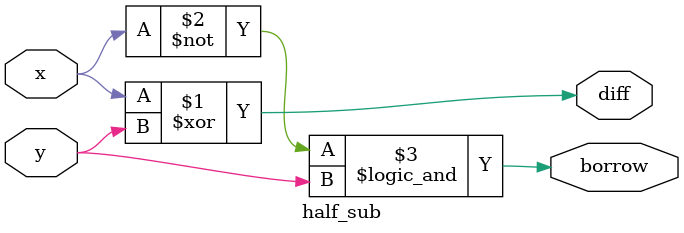
<source format=v>
/****************************************************
Developer    : Devang vekariya
Module       : half subtractor 
Institute    : NIT Kurukshetra
Date created : 04/10/2023
********************************************************/

// full adder module
module half_sub(x,y,diff,borrow);
  input x, y;
  output diff,borrow;
  
  assign diff = x ^ y;
  assign borrow = ~x && y ;
  
endmodule

</source>
